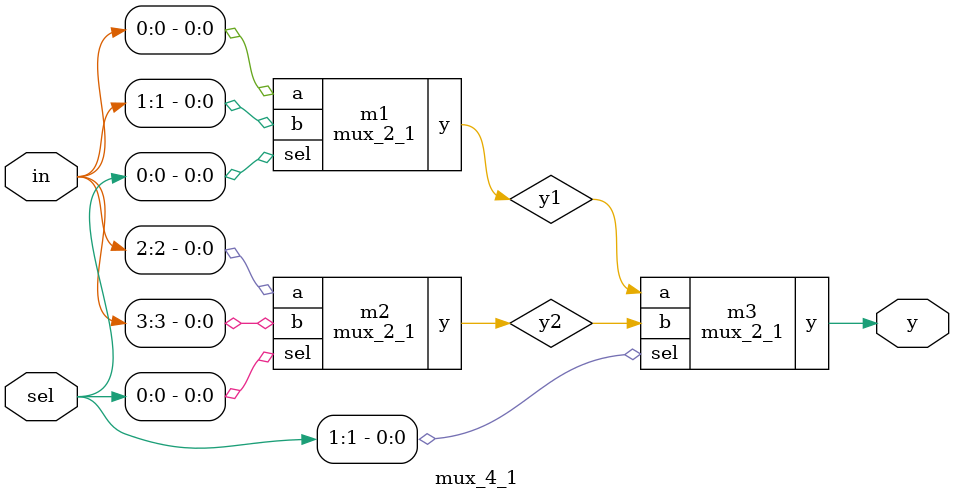
<source format=v>
module mux_2_1(input a, input b, input sel, output y);
    // If sel is 1, output b; otherwise, output a
    assign y = sel ? b : a; 
endmodule

// 4:1 Multiplexer Module
module mux_4_1(
    input [3:0] in,  // 4-bit input data
    input [1:0] sel, // 2-bit select signal
    output y         // Output
    );

    wire y1, y2; // Intermediate wires for 2:1 MUX outputs

    // First stage: Two 2:1 MUXes select between pairs of inputs based on sel[0]
    mux_2_1 m1(.a(in[0]), .b(in[1]), .sel(sel[0]), .y(y1));
    mux_2_1 m2(.a(in[2]), .b(in[3]), .sel(sel[0]), .y(y2));

    // Second stage: Another 2:1 MUX selects between y1 and y2 based on sel[1]
    mux_2_1 m3(.a(y1), .b(y2), .sel(sel[1]), .y(y));

endmodule

</source>
